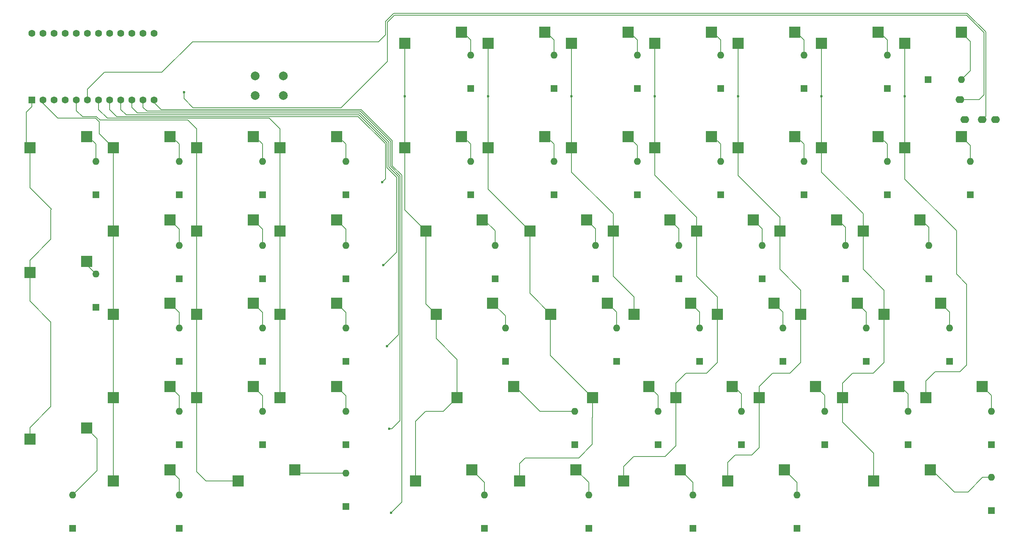
<source format=gbr>
%TF.GenerationSoftware,KiCad,Pcbnew,7.0.5*%
%TF.CreationDate,2023-06-22T07:55:22+00:00*%
%TF.ProjectId,Entry-left,456e7472-792d-46c6-9566-742e6b696361,rev?*%
%TF.SameCoordinates,Original*%
%TF.FileFunction,Copper,L2,Bot*%
%TF.FilePolarity,Positive*%
%FSLAX46Y46*%
G04 Gerber Fmt 4.6, Leading zero omitted, Abs format (unit mm)*
G04 Created by KiCad (PCBNEW 7.0.5) date 2023-06-22 07:55:22*
%MOMM*%
%LPD*%
G01*
G04 APERTURE LIST*
%TA.AperFunction,SMDPad,CuDef*%
%ADD10R,2.550000X2.500000*%
%TD*%
%TA.AperFunction,ComponentPad*%
%ADD11C,2.000000*%
%TD*%
%TA.AperFunction,ComponentPad*%
%ADD12O,2.000000X1.600000*%
%TD*%
%TA.AperFunction,ComponentPad*%
%ADD13R,1.600000X1.600000*%
%TD*%
%TA.AperFunction,ComponentPad*%
%ADD14C,1.600000*%
%TD*%
%TA.AperFunction,ComponentPad*%
%ADD15O,1.600000X1.600000*%
%TD*%
%TA.AperFunction,ViaPad*%
%ADD16C,0.600000*%
%TD*%
%TA.AperFunction,Conductor*%
%ADD17C,0.200000*%
%TD*%
G04 APERTURE END LIST*
D10*
%TO.P,MX6,1,COL*%
%TO.N,col3*%
X67409250Y-78258750D03*
%TO.P,MX6,2,ROW*%
%TO.N,Net-(D6-A)*%
X80336250Y-75718750D03*
%TD*%
%TO.P,MX2,1,COL*%
%TO.N,col2*%
X48359250Y-59208750D03*
%TO.P,MX2,2,ROW*%
%TO.N,Net-(D2-A)*%
X61286250Y-56668750D03*
%TD*%
%TO.P,MX20,1,COL*%
%TO.N,col7*%
X153134250Y-35395750D03*
%TO.P,MX20,2,ROW*%
%TO.N,Net-(D20-A)*%
X166061250Y-32855750D03*
%TD*%
%TO.P,MX52,1,COL*%
%TO.N,col8*%
X165040500Y-135408750D03*
%TO.P,MX52,2,ROW*%
%TO.N,Net-(D52-A)*%
X177967500Y-132868750D03*
%TD*%
%TO.P,MX26,1,COL*%
%TO.N,col6*%
X134084250Y-59208750D03*
%TO.P,MX26,2,ROW*%
%TO.N,Net-(D26-A)*%
X147011250Y-56668750D03*
%TD*%
D11*
%TO.P,RESET1,1,1*%
%TO.N,RESET*%
X80769250Y-42829500D03*
X87269250Y-42829500D03*
%TO.P,RESET1,2,2*%
%TO.N,GND*%
X80769250Y-47329500D03*
X87269250Y-47329500D03*
%TD*%
D10*
%TO.P,MX1,1,COL*%
%TO.N,col1*%
X29309250Y-59208750D03*
%TO.P,MX1,2,ROW*%
%TO.N,Net-(D1-A)*%
X42236250Y-56668750D03*
%TD*%
%TO.P,MX38,1,COL*%
%TO.N,col5*%
X122178000Y-97308750D03*
%TO.P,MX38,2,ROW*%
%TO.N,Net-(D38-A)*%
X135105000Y-94768750D03*
%TD*%
%TO.P,MX53,1,COL*%
%TO.N,col9*%
X188853000Y-135408750D03*
%TO.P,MX53,2,ROW*%
%TO.N,Net-(D53-A)*%
X201780000Y-132868750D03*
%TD*%
%TO.P,MX27,1,COL*%
%TO.N,col7*%
X153134250Y-59208750D03*
%TO.P,MX27,2,ROW*%
%TO.N,Net-(D27-A)*%
X166061250Y-56668750D03*
%TD*%
%TO.P,MX10,1,COL*%
%TO.N,col3*%
X67409250Y-97308750D03*
%TO.P,MX10,2,ROW*%
%TO.N,Net-(D10-A)*%
X80336250Y-94768750D03*
%TD*%
%TO.P,MX17,1,COL*%
%TO.N,col3*%
X76934250Y-135408750D03*
%TO.P,MX17,2,ROW*%
%TO.N,Net-(D17-A)*%
X89861250Y-132868750D03*
%TD*%
%TO.P,MX50,1,COL*%
%TO.N,col5*%
X117415500Y-135408750D03*
%TO.P,MX50,2,ROW*%
%TO.N,Net-(D50-A)*%
X130342500Y-132868750D03*
%TD*%
D12*
%TO.P,U2,1,SLEEVE*%
%TO.N,GND*%
X241906750Y-48210750D03*
%TO.P,U2,2,TIP*%
%TO.N,VCC*%
X243006750Y-52810750D03*
%TO.P,U2,3,RING1*%
%TO.N,SCL*%
X247006750Y-52810750D03*
%TO.P,U2,4,RING2*%
%TO.N,unconnected-(U2-RING2-Pad4)*%
X250006750Y-52810750D03*
%TD*%
D10*
%TO.P,MX31,1,COL*%
%TO.N,col11*%
X229334250Y-59208750D03*
%TO.P,MX31,2,ROW*%
%TO.N,Net-(D31-A)*%
X242261250Y-56668750D03*
%TD*%
%TO.P,MX18,1,COL*%
%TO.N,col5*%
X115034250Y-35395750D03*
%TO.P,MX18,2,ROW*%
%TO.N,Net-(D18-A)*%
X127961250Y-32855750D03*
%TD*%
D13*
%TO.P,U1,1,TX*%
%TO.N,col1*%
X29780000Y-48320000D03*
D14*
%TO.P,U1,2,RX*%
%TO.N,col2*%
X32320000Y-48320000D03*
%TO.P,U1,3,GND*%
%TO.N,unconnected-(U1-GND-Pad3)*%
X34860000Y-48320000D03*
%TO.P,U1,4,GND*%
%TO.N,unconnected-(U1-GND-Pad4)*%
X37400000Y-48320000D03*
%TO.P,U1,5,SDA*%
%TO.N,col3*%
X39940000Y-48320000D03*
%TO.P,U1,6,SCL*%
%TO.N,SCL*%
X42480000Y-48320000D03*
%TO.P,U1,7,D4*%
%TO.N,col4*%
X45020000Y-48320000D03*
%TO.P,U1,8,C6*%
%TO.N,row2*%
X47560000Y-48320000D03*
%TO.P,U1,9,D7*%
%TO.N,row3*%
X50100000Y-48320000D03*
%TO.P,U1,10,E6*%
%TO.N,row4*%
X52640000Y-48320000D03*
%TO.P,U1,11,B4*%
%TO.N,row5*%
X55180000Y-48320000D03*
%TO.P,U1,12,B5*%
%TO.N,row6*%
X57720000Y-48320000D03*
%TO.P,U1,13,B6*%
%TO.N,row1*%
X57720000Y-33080000D03*
%TO.P,U1,14,B2*%
%TO.N,col5*%
X55180000Y-33080000D03*
%TO.P,U1,15,B3*%
%TO.N,col6*%
X52640000Y-33080000D03*
%TO.P,U1,16,B1*%
%TO.N,col7*%
X50100000Y-33080000D03*
%TO.P,U1,17,F7*%
%TO.N,col8*%
X47560000Y-33080000D03*
%TO.P,U1,18,F6*%
%TO.N,col9*%
X45020000Y-33080000D03*
%TO.P,U1,19,F5*%
%TO.N,col10*%
X42480000Y-33080000D03*
%TO.P,U1,20,F4*%
%TO.N,col11*%
X39940000Y-33080000D03*
%TO.P,U1,21,VCC*%
%TO.N,VCC*%
X37400000Y-33080000D03*
%TO.P,U1,22,RST*%
%TO.N,RESET*%
X34860000Y-33080000D03*
%TO.P,U1,23,GND*%
%TO.N,GND*%
X32320000Y-33080000D03*
%TO.P,U1,24,RAW*%
%TO.N,unconnected-(U1-RAW-Pad24)*%
X29780000Y-33080000D03*
%TD*%
D10*
%TO.P,MX42,1,COL*%
%TO.N,col9*%
X205521750Y-97308750D03*
%TO.P,MX42,2,ROW*%
%TO.N,Net-(D42-A)*%
X218448750Y-94768750D03*
%TD*%
%TO.P,MX22,1,COL*%
%TO.N,col9*%
X191234250Y-35395750D03*
%TO.P,MX22,2,ROW*%
%TO.N,Net-(D22-A)*%
X204161250Y-32855750D03*
%TD*%
%TO.P,MX16,1,COL*%
%TO.N,col2*%
X48359250Y-135408750D03*
%TO.P,MX16,2,ROW*%
%TO.N,Net-(D16-A)*%
X61286250Y-132868750D03*
%TD*%
%TO.P,MX8,1,COL*%
%TO.N,col1*%
X29309250Y-87783750D03*
%TO.P,MX8,2,ROW*%
%TO.N,Net-(D8-A)*%
X42236250Y-85243750D03*
%TD*%
%TO.P,MX33,1,COL*%
%TO.N,col6*%
X143609250Y-78258750D03*
%TO.P,MX33,2,ROW*%
%TO.N,Net-(D33-A)*%
X156536250Y-75718750D03*
%TD*%
%TO.P,MX40,1,COL*%
%TO.N,col7*%
X167421750Y-97308750D03*
%TO.P,MX40,2,ROW*%
%TO.N,Net-(D40-A)*%
X180348750Y-94768750D03*
%TD*%
%TO.P,MX34,1,COL*%
%TO.N,col7*%
X162659250Y-78258750D03*
%TO.P,MX34,2,ROW*%
%TO.N,Net-(D34-A)*%
X175586250Y-75718750D03*
%TD*%
%TO.P,MX11,1,COL*%
%TO.N,col4*%
X86459250Y-97308750D03*
%TO.P,MX11,2,ROW*%
%TO.N,Net-(D11-A)*%
X99386250Y-94768750D03*
%TD*%
%TO.P,MX3,1,COL*%
%TO.N,col3*%
X67409250Y-59208750D03*
%TO.P,MX3,2,ROW*%
%TO.N,Net-(D3-A)*%
X80336250Y-56668750D03*
%TD*%
%TO.P,MX37,1,COL*%
%TO.N,col10*%
X219809250Y-78258750D03*
%TO.P,MX37,2,ROW*%
%TO.N,Net-(D37-A)*%
X232736250Y-75718750D03*
%TD*%
%TO.P,MX29,1,COL*%
%TO.N,col9*%
X191234250Y-59208750D03*
%TO.P,MX29,2,ROW*%
%TO.N,Net-(D29-A)*%
X204161250Y-56668750D03*
%TD*%
%TO.P,MX24,1,COL*%
%TO.N,col11*%
X229334250Y-35395750D03*
%TO.P,MX24,2,ROW*%
%TO.N,Net-(D24-A)*%
X242261250Y-32855750D03*
%TD*%
%TO.P,MX14,1,COL*%
%TO.N,col4*%
X86459250Y-116358750D03*
%TO.P,MX14,2,ROW*%
%TO.N,Net-(D14-A)*%
X99386250Y-113818750D03*
%TD*%
%TO.P,MX44,1,COL*%
%TO.N,col5*%
X126940500Y-116358750D03*
%TO.P,MX44,2,ROW*%
%TO.N,Net-(D44-A)*%
X139867500Y-113818750D03*
%TD*%
%TO.P,MX54,1,COL*%
%TO.N,col10*%
X222190500Y-135408750D03*
%TO.P,MX54,2,ROW*%
%TO.N,Net-(D54-A)*%
X235117500Y-132868750D03*
%TD*%
%TO.P,MX5,1,COL*%
%TO.N,col2*%
X48359250Y-78258750D03*
%TO.P,MX5,2,ROW*%
%TO.N,Net-(D5-A)*%
X61286250Y-75718750D03*
%TD*%
%TO.P,MX7,1,COL*%
%TO.N,col4*%
X86459250Y-78258750D03*
%TO.P,MX7,2,ROW*%
%TO.N,Net-(D7-A)*%
X99386250Y-75718750D03*
%TD*%
%TO.P,MX49,1,COL*%
%TO.N,col11*%
X234096750Y-116358750D03*
%TO.P,MX49,2,ROW*%
%TO.N,Net-(D49-A)*%
X247023750Y-113818750D03*
%TD*%
%TO.P,MX41,1,COL*%
%TO.N,col8*%
X186471750Y-97308750D03*
%TO.P,MX41,2,ROW*%
%TO.N,Net-(D41-A)*%
X199398750Y-94768750D03*
%TD*%
%TO.P,MX51,1,COL*%
%TO.N,col6*%
X141228000Y-135408750D03*
%TO.P,MX51,2,ROW*%
%TO.N,Net-(D51-A)*%
X154155000Y-132868750D03*
%TD*%
%TO.P,MX9,1,COL*%
%TO.N,col2*%
X48359250Y-97308750D03*
%TO.P,MX9,2,ROW*%
%TO.N,Net-(D9-A)*%
X61286250Y-94768750D03*
%TD*%
%TO.P,MX47,1,COL*%
%TO.N,col9*%
X195996750Y-116358750D03*
%TO.P,MX47,2,ROW*%
%TO.N,Net-(D47-A)*%
X208923750Y-113818750D03*
%TD*%
%TO.P,MX21,1,COL*%
%TO.N,col8*%
X172184250Y-35395750D03*
%TO.P,MX21,2,ROW*%
%TO.N,Net-(D21-A)*%
X185111250Y-32855750D03*
%TD*%
%TO.P,MX46,1,COL*%
%TO.N,col8*%
X176946750Y-116358750D03*
%TO.P,MX46,2,ROW*%
%TO.N,Net-(D46-A)*%
X189873750Y-113818750D03*
%TD*%
%TO.P,MX13,1,COL*%
%TO.N,col3*%
X67409250Y-116358750D03*
%TO.P,MX13,2,ROW*%
%TO.N,Net-(D13-A)*%
X80336250Y-113818750D03*
%TD*%
%TO.P,MX45,1,COL*%
%TO.N,col6*%
X157896750Y-116358750D03*
%TO.P,MX45,2,ROW*%
%TO.N,Net-(D45-A)*%
X170823750Y-113818750D03*
%TD*%
%TO.P,MX32,1,COL*%
%TO.N,col5*%
X119796750Y-78258750D03*
%TO.P,MX32,2,ROW*%
%TO.N,Net-(D32-A)*%
X132723750Y-75718750D03*
%TD*%
%TO.P,MX35,1,COL*%
%TO.N,col8*%
X181709250Y-78258750D03*
%TO.P,MX35,2,ROW*%
%TO.N,Net-(D35-A)*%
X194636250Y-75718750D03*
%TD*%
%TO.P,MX43,1,COL*%
%TO.N,col10*%
X224571750Y-97308750D03*
%TO.P,MX43,2,ROW*%
%TO.N,Net-(D43-A)*%
X237498750Y-94768750D03*
%TD*%
%TO.P,MX36,1,COL*%
%TO.N,col9*%
X200759250Y-78258750D03*
%TO.P,MX36,2,ROW*%
%TO.N,Net-(D36-A)*%
X213686250Y-75718750D03*
%TD*%
%TO.P,MX23,1,COL*%
%TO.N,col10*%
X210284250Y-35395750D03*
%TO.P,MX23,2,ROW*%
%TO.N,Net-(D23-A)*%
X223211250Y-32855750D03*
%TD*%
%TO.P,MX25,1,COL*%
%TO.N,col5*%
X115034250Y-59208750D03*
%TO.P,MX25,2,ROW*%
%TO.N,Net-(D25-A)*%
X127961250Y-56668750D03*
%TD*%
%TO.P,MX15,1,COL*%
%TO.N,col1*%
X29309250Y-125883750D03*
%TO.P,MX15,2,ROW*%
%TO.N,Net-(D15-A)*%
X42236250Y-123343750D03*
%TD*%
%TO.P,MX12,1,COL*%
%TO.N,col2*%
X48359250Y-116358750D03*
%TO.P,MX12,2,ROW*%
%TO.N,Net-(D12-A)*%
X61286250Y-113818750D03*
%TD*%
%TO.P,MX30,1,COL*%
%TO.N,col10*%
X210284250Y-59208750D03*
%TO.P,MX30,2,ROW*%
%TO.N,Net-(D30-A)*%
X223211250Y-56668750D03*
%TD*%
%TO.P,MX19,1,COL*%
%TO.N,col6*%
X134084250Y-35395750D03*
%TO.P,MX19,2,ROW*%
%TO.N,Net-(D19-A)*%
X147011250Y-32855750D03*
%TD*%
%TO.P,MX28,1,COL*%
%TO.N,col8*%
X172184250Y-59208750D03*
%TO.P,MX28,2,ROW*%
%TO.N,Net-(D28-A)*%
X185111250Y-56668750D03*
%TD*%
%TO.P,MX48,1,COL*%
%TO.N,col10*%
X215046750Y-116358750D03*
%TO.P,MX48,2,ROW*%
%TO.N,Net-(D48-A)*%
X227973750Y-113818750D03*
%TD*%
%TO.P,MX4,1,COL*%
%TO.N,col4*%
X86459250Y-59208750D03*
%TO.P,MX4,2,ROW*%
%TO.N,Net-(D4-A)*%
X99386250Y-56668750D03*
%TD*%
%TO.P,MX39,1,COL*%
%TO.N,col6*%
X148371750Y-97308750D03*
%TO.P,MX39,2,ROW*%
%TO.N,Net-(D39-A)*%
X161298750Y-94768750D03*
%TD*%
D13*
%TO.P,D33,1,K*%
%TO.N,row3*%
X158628500Y-89187000D03*
D15*
%TO.P,D33,2,A*%
%TO.N,Net-(D33-A)*%
X158628500Y-81567000D03*
%TD*%
D13*
%TO.P,D38,1,K*%
%TO.N,row4*%
X137997500Y-108073500D03*
D15*
%TO.P,D38,2,A*%
%TO.N,Net-(D38-A)*%
X137997500Y-100453500D03*
%TD*%
D13*
%TO.P,D22,1,K*%
%TO.N,row1*%
X206238500Y-45702000D03*
D15*
%TO.P,D22,2,A*%
%TO.N,Net-(D22-A)*%
X206238500Y-38082000D03*
%TD*%
D13*
%TO.P,D30,1,K*%
%TO.N,row2*%
X225282500Y-69985500D03*
D15*
%TO.P,D30,2,A*%
%TO.N,Net-(D30-A)*%
X225282500Y-62365500D03*
%TD*%
D13*
%TO.P,D12,1,K*%
%TO.N,row5*%
X63408500Y-127117500D03*
D15*
%TO.P,D12,2,A*%
%TO.N,Net-(D12-A)*%
X63408500Y-119497500D03*
%TD*%
D13*
%TO.P,D48,1,K*%
%TO.N,row5*%
X230043500Y-127117500D03*
D15*
%TO.P,D48,2,A*%
%TO.N,Net-(D48-A)*%
X230043500Y-119497500D03*
%TD*%
D13*
%TO.P,D54,1,K*%
%TO.N,row6*%
X249087500Y-142250000D03*
D15*
%TO.P,D54,2,A*%
%TO.N,Net-(D54-A)*%
X249087500Y-134630000D03*
%TD*%
D13*
%TO.P,D52,1,K*%
%TO.N,row6*%
X180846500Y-146319000D03*
D15*
%TO.P,D52,2,A*%
%TO.N,Net-(D52-A)*%
X180846500Y-138699000D03*
%TD*%
D13*
%TO.P,D53,1,K*%
%TO.N,row6*%
X204651500Y-146319000D03*
D15*
%TO.P,D53,2,A*%
%TO.N,Net-(D53-A)*%
X204651500Y-138699000D03*
%TD*%
D13*
%TO.P,D23,1,K*%
%TO.N,row1*%
X225282500Y-45702000D03*
D15*
%TO.P,D23,2,A*%
%TO.N,Net-(D23-A)*%
X225282500Y-38082000D03*
%TD*%
D13*
%TO.P,D25,1,K*%
%TO.N,row2*%
X130062500Y-69985500D03*
D15*
%TO.P,D25,2,A*%
%TO.N,Net-(D25-A)*%
X130062500Y-62365500D03*
%TD*%
D13*
%TO.P,D50,1,K*%
%TO.N,row6*%
X133236500Y-146319000D03*
D15*
%TO.P,D50,2,A*%
%TO.N,Net-(D50-A)*%
X133236500Y-138699000D03*
%TD*%
D13*
%TO.P,D31,1,K*%
%TO.N,row2*%
X244326500Y-69985500D03*
D15*
%TO.P,D31,2,A*%
%TO.N,Net-(D31-A)*%
X244326500Y-62365500D03*
%TD*%
D13*
%TO.P,D26,1,K*%
%TO.N,row2*%
X149106500Y-69985500D03*
D15*
%TO.P,D26,2,A*%
%TO.N,Net-(D26-A)*%
X149106500Y-62365500D03*
%TD*%
D13*
%TO.P,D2,1,K*%
%TO.N,row2*%
X63408500Y-69985500D03*
D15*
%TO.P,D2,2,A*%
%TO.N,Net-(D2-A)*%
X63408500Y-62365500D03*
%TD*%
D13*
%TO.P,D46,1,K*%
%TO.N,row5*%
X191955500Y-127117500D03*
D15*
%TO.P,D46,2,A*%
%TO.N,Net-(D46-A)*%
X191955500Y-119497500D03*
%TD*%
D13*
%TO.P,D40,1,K*%
%TO.N,row4*%
X182433500Y-108073500D03*
D15*
%TO.P,D40,2,A*%
%TO.N,Net-(D40-A)*%
X182433500Y-100453500D03*
%TD*%
D13*
%TO.P,D13,1,K*%
%TO.N,row5*%
X82452500Y-127117500D03*
D15*
%TO.P,D13,2,A*%
%TO.N,Net-(D13-A)*%
X82452500Y-119497500D03*
%TD*%
D13*
%TO.P,D35,1,K*%
%TO.N,row3*%
X196716500Y-89187000D03*
D15*
%TO.P,D35,2,A*%
%TO.N,Net-(D35-A)*%
X196716500Y-81567000D03*
%TD*%
D13*
%TO.P,D36,1,K*%
%TO.N,row3*%
X215760500Y-89187000D03*
D15*
%TO.P,D36,2,A*%
%TO.N,Net-(D36-A)*%
X215760500Y-81567000D03*
%TD*%
D13*
%TO.P,D4,1,K*%
%TO.N,row2*%
X101496500Y-69985500D03*
D15*
%TO.P,D4,2,A*%
%TO.N,Net-(D4-A)*%
X101496500Y-62365500D03*
%TD*%
D13*
%TO.P,D45,1,K*%
%TO.N,row5*%
X172911500Y-127117500D03*
D15*
%TO.P,D45,2,A*%
%TO.N,Net-(D45-A)*%
X172911500Y-119497500D03*
%TD*%
D13*
%TO.P,D18,1,K*%
%TO.N,row1*%
X130062500Y-45702000D03*
D15*
%TO.P,D18,2,A*%
%TO.N,Net-(D18-A)*%
X130062500Y-38082000D03*
%TD*%
D13*
%TO.P,D51,1,K*%
%TO.N,row6*%
X157041500Y-146319000D03*
D15*
%TO.P,D51,2,A*%
%TO.N,Net-(D51-A)*%
X157041500Y-138699000D03*
%TD*%
D13*
%TO.P,D28,1,K*%
%TO.N,row2*%
X187194500Y-69985500D03*
D15*
%TO.P,D28,2,A*%
%TO.N,Net-(D28-A)*%
X187194500Y-62365500D03*
%TD*%
D13*
%TO.P,D42,1,K*%
%TO.N,row4*%
X220521500Y-108073500D03*
D15*
%TO.P,D42,2,A*%
%TO.N,Net-(D42-A)*%
X220521500Y-100453500D03*
%TD*%
D13*
%TO.P,D3,1,K*%
%TO.N,row2*%
X82452500Y-69985500D03*
D15*
%TO.P,D3,2,A*%
%TO.N,Net-(D3-A)*%
X82452500Y-62365500D03*
%TD*%
D13*
%TO.P,D24,1,K*%
%TO.N,row1*%
X234670000Y-43670000D03*
D15*
%TO.P,D24,2,A*%
%TO.N,Net-(D24-A)*%
X242290000Y-43670000D03*
%TD*%
D13*
%TO.P,D44,1,K*%
%TO.N,row5*%
X153867500Y-127117500D03*
D15*
%TO.P,D44,2,A*%
%TO.N,Net-(D44-A)*%
X153867500Y-119497500D03*
%TD*%
D13*
%TO.P,D8,1,K*%
%TO.N,row4*%
X44364500Y-95768750D03*
D15*
%TO.P,D8,2,A*%
%TO.N,Net-(D8-A)*%
X44364500Y-88148750D03*
%TD*%
D13*
%TO.P,D47,1,K*%
%TO.N,row5*%
X210999500Y-127117500D03*
D15*
%TO.P,D47,2,A*%
%TO.N,Net-(D47-A)*%
X210999500Y-119497500D03*
%TD*%
D13*
%TO.P,D37,1,K*%
%TO.N,row3*%
X234804500Y-89187000D03*
D15*
%TO.P,D37,2,A*%
%TO.N,Net-(D37-A)*%
X234804500Y-81567000D03*
%TD*%
D13*
%TO.P,D14,1,K*%
%TO.N,row5*%
X101496500Y-127117500D03*
D15*
%TO.P,D14,2,A*%
%TO.N,Net-(D14-A)*%
X101496500Y-119497500D03*
%TD*%
D13*
%TO.P,D20,1,K*%
%TO.N,row1*%
X168150500Y-45702000D03*
D15*
%TO.P,D20,2,A*%
%TO.N,Net-(D20-A)*%
X168150500Y-38082000D03*
%TD*%
D13*
%TO.P,D19,1,K*%
%TO.N,row1*%
X149106500Y-45702000D03*
D15*
%TO.P,D19,2,A*%
%TO.N,Net-(D19-A)*%
X149106500Y-38082000D03*
%TD*%
D13*
%TO.P,D21,1,K*%
%TO.N,row1*%
X187194500Y-45702000D03*
D15*
%TO.P,D21,2,A*%
%TO.N,Net-(D21-A)*%
X187194500Y-38082000D03*
%TD*%
D13*
%TO.P,D7,1,K*%
%TO.N,row3*%
X101496500Y-89187000D03*
D15*
%TO.P,D7,2,A*%
%TO.N,Net-(D7-A)*%
X101496500Y-81567000D03*
%TD*%
D13*
%TO.P,D39,1,K*%
%TO.N,row4*%
X163389500Y-108073500D03*
D15*
%TO.P,D39,2,A*%
%TO.N,Net-(D39-A)*%
X163389500Y-100453500D03*
%TD*%
D13*
%TO.P,D49,1,K*%
%TO.N,row5*%
X249087500Y-127117500D03*
D15*
%TO.P,D49,2,A*%
%TO.N,Net-(D49-A)*%
X249087500Y-119497500D03*
%TD*%
D13*
%TO.P,D10,1,K*%
%TO.N,row4*%
X82452500Y-108073500D03*
D15*
%TO.P,D10,2,A*%
%TO.N,Net-(D10-A)*%
X82452500Y-100453500D03*
%TD*%
D13*
%TO.P,D29,1,K*%
%TO.N,row2*%
X206238500Y-69985500D03*
D15*
%TO.P,D29,2,A*%
%TO.N,Net-(D29-A)*%
X206238500Y-62365500D03*
%TD*%
D13*
%TO.P,D32,1,K*%
%TO.N,row3*%
X135617000Y-89187000D03*
D15*
%TO.P,D32,2,A*%
%TO.N,Net-(D32-A)*%
X135617000Y-81567000D03*
%TD*%
D13*
%TO.P,D41,1,K*%
%TO.N,row4*%
X201477500Y-108073500D03*
D15*
%TO.P,D41,2,A*%
%TO.N,Net-(D41-A)*%
X201477500Y-100453500D03*
%TD*%
D13*
%TO.P,D17,1,K*%
%TO.N,row6*%
X101496500Y-141319000D03*
D15*
%TO.P,D17,2,A*%
%TO.N,Net-(D17-A)*%
X101496500Y-133699000D03*
%TD*%
D13*
%TO.P,D34,1,K*%
%TO.N,row3*%
X177672500Y-89187000D03*
D15*
%TO.P,D34,2,A*%
%TO.N,Net-(D34-A)*%
X177672500Y-81567000D03*
%TD*%
D13*
%TO.P,D5,1,K*%
%TO.N,row3*%
X63408500Y-89187000D03*
D15*
%TO.P,D5,2,A*%
%TO.N,Net-(D5-A)*%
X63408500Y-81567000D03*
%TD*%
D13*
%TO.P,D16,1,K*%
%TO.N,row6*%
X63408500Y-146319000D03*
D15*
%TO.P,D16,2,A*%
%TO.N,Net-(D16-A)*%
X63408500Y-138699000D03*
%TD*%
D13*
%TO.P,D15,1,K*%
%TO.N,row6*%
X39059250Y-146319000D03*
D15*
%TO.P,D15,2,A*%
%TO.N,Net-(D15-A)*%
X39059250Y-138699000D03*
%TD*%
D13*
%TO.P,D9,1,K*%
%TO.N,row4*%
X63408500Y-108073500D03*
D15*
%TO.P,D9,2,A*%
%TO.N,Net-(D9-A)*%
X63408500Y-100453500D03*
%TD*%
D13*
%TO.P,D27,1,K*%
%TO.N,row2*%
X168150500Y-69985500D03*
D15*
%TO.P,D27,2,A*%
%TO.N,Net-(D27-A)*%
X168150500Y-62365500D03*
%TD*%
D13*
%TO.P,D6,1,K*%
%TO.N,row3*%
X82452500Y-89187000D03*
D15*
%TO.P,D6,2,A*%
%TO.N,Net-(D6-A)*%
X82452500Y-81567000D03*
%TD*%
D13*
%TO.P,D43,1,K*%
%TO.N,row4*%
X239565500Y-108073500D03*
D15*
%TO.P,D43,2,A*%
%TO.N,Net-(D43-A)*%
X239565500Y-100453500D03*
%TD*%
D13*
%TO.P,D1,1,K*%
%TO.N,row2*%
X44364500Y-69985500D03*
D15*
%TO.P,D1,2,A*%
%TO.N,Net-(D1-A)*%
X44364500Y-62365500D03*
%TD*%
D13*
%TO.P,D11,1,K*%
%TO.N,row4*%
X101496500Y-108073500D03*
D15*
%TO.P,D11,2,A*%
%TO.N,Net-(D11-A)*%
X101496500Y-100453500D03*
%TD*%
D16*
%TO.N,row2*%
X109809250Y-67108750D03*
%TO.N,row3*%
X110109250Y-86048750D03*
%TO.N,row4*%
X110909250Y-104658750D03*
%TO.N,row5*%
X111479250Y-123488750D03*
%TO.N,row6*%
X111879250Y-142738750D03*
%TO.N,col5*%
X115034250Y-47500000D03*
%TO.N,col10*%
X210284250Y-47500000D03*
%TO.N,col11*%
X229334250Y-47500000D03*
%TO.N,col6*%
X134084250Y-47500000D03*
%TO.N,col7*%
X153134250Y-47500000D03*
%TO.N,col8*%
X172184250Y-47500000D03*
%TO.N,col9*%
X191234250Y-47500000D03*
%TO.N,GND*%
X64500000Y-46500000D03*
%TD*%
D17*
%TO.N,row2*%
X49100000Y-52100000D02*
X47560000Y-50560000D01*
X47560000Y-50560000D02*
X47560000Y-48320000D01*
X104348628Y-52100000D02*
X49100000Y-52100000D01*
X110559250Y-58310622D02*
X104348628Y-52100000D01*
X110559250Y-66358750D02*
X110559250Y-58310622D01*
X109809250Y-67108750D02*
X110559250Y-66358750D01*
%TO.N,row3*%
X110179250Y-86048750D02*
X113129250Y-83098750D01*
X50100000Y-50500000D02*
X50100000Y-48320000D01*
X51300000Y-51700000D02*
X50100000Y-50500000D01*
X110959250Y-58144936D02*
X104514313Y-51700000D01*
X113129250Y-83098750D02*
X113129250Y-66015808D01*
X113129250Y-66015808D02*
X110959250Y-63845808D01*
X110959250Y-63845808D02*
X110959250Y-58144936D01*
X110109250Y-86048750D02*
X110179250Y-86048750D01*
X104514313Y-51700000D02*
X51300000Y-51700000D01*
%TO.N,row4*%
X52640000Y-50040000D02*
X52640000Y-48320000D01*
X111359250Y-57979250D02*
X104679998Y-51300000D01*
X110909250Y-104658750D02*
X113529250Y-102038750D01*
X104679998Y-51300000D02*
X53900000Y-51300000D01*
X53900000Y-51300000D02*
X52640000Y-50040000D01*
X113529250Y-65850122D02*
X111359250Y-63680122D01*
X111359250Y-63680122D02*
X111359250Y-57979250D01*
X113529250Y-102038750D02*
X113529250Y-65850122D01*
%TO.N,row5*%
X113929250Y-65684436D02*
X111759250Y-63514436D01*
X111479250Y-123488750D02*
X112059250Y-123488750D01*
X113929250Y-121618750D02*
X113929250Y-65684436D01*
X111759250Y-57813564D02*
X104845683Y-50900000D01*
X56100000Y-50900000D02*
X55180000Y-49980000D01*
X112059250Y-123488750D02*
X113929250Y-121618750D01*
X55180000Y-49980000D02*
X55180000Y-48320000D01*
X104845683Y-50900000D02*
X56100000Y-50900000D01*
X111759250Y-63514436D02*
X111759250Y-57813564D01*
%TO.N,row6*%
X111879250Y-142738750D02*
X114329250Y-140288750D01*
X59300000Y-50500000D02*
X57720000Y-48920000D01*
X112159250Y-57647878D02*
X105011368Y-50500000D01*
X57720000Y-48920000D02*
X57720000Y-48320000D01*
X105011368Y-50500000D02*
X59300000Y-50500000D01*
X114329250Y-140288750D02*
X114329250Y-65518750D01*
X112159250Y-63348750D02*
X112159250Y-57647878D01*
X114329250Y-65518750D02*
X112159250Y-63348750D01*
%TO.N,col1*%
X34099250Y-80158750D02*
X29309250Y-84948750D01*
X29309250Y-68378750D02*
X34189250Y-73258750D01*
X28500000Y-58399500D02*
X29309250Y-59208750D01*
X29309250Y-59208750D02*
X29309250Y-68378750D01*
X29780000Y-48320000D02*
X29780000Y-49820000D01*
X29309250Y-123218750D02*
X29309250Y-125883750D01*
X34099250Y-73348750D02*
X34099250Y-80158750D01*
X29309250Y-94328750D02*
X34099250Y-99118750D01*
X29309250Y-84948750D02*
X29309250Y-87783750D01*
X34189250Y-73258750D02*
X34099250Y-73348750D01*
X34099250Y-99118750D02*
X34099250Y-118428750D01*
X29780000Y-49820000D02*
X28500000Y-51100000D01*
X29309250Y-87783750D02*
X29309250Y-94328750D01*
X34099250Y-118428750D02*
X29309250Y-123218750D01*
X28500000Y-51100000D02*
X28500000Y-58399500D01*
%TO.N,col2*%
X48359250Y-59208750D02*
X45170000Y-56019500D01*
X45170000Y-53340000D02*
X44330000Y-52500000D01*
X45170000Y-56019500D02*
X45170000Y-53340000D01*
X32320000Y-49120000D02*
X32320000Y-48320000D01*
X35700000Y-52500000D02*
X32320000Y-49120000D01*
X48359250Y-59208750D02*
X48359250Y-116358750D01*
X48359250Y-135408750D02*
X48359250Y-116358750D01*
X44330000Y-52500000D02*
X35700000Y-52500000D01*
%TO.N,col3*%
X67409250Y-54909250D02*
X67409250Y-59208750D01*
X65400000Y-52900000D02*
X67409250Y-54909250D01*
X44495686Y-52100000D02*
X45295686Y-52900000D01*
X67409250Y-116358750D02*
X67409250Y-133288750D01*
X69529250Y-135408750D02*
X76934250Y-135408750D01*
X45295686Y-52900000D02*
X65400000Y-52900000D01*
X39940000Y-50740000D02*
X41300000Y-52100000D01*
X41300000Y-52100000D02*
X44495686Y-52100000D01*
X67409250Y-133288750D02*
X69529250Y-135408750D01*
X39940000Y-48320000D02*
X39940000Y-50740000D01*
X67409250Y-116358750D02*
X67409250Y-59208750D01*
%TO.N,col4*%
X86459250Y-59208750D02*
X86459250Y-116358750D01*
X84000000Y-52500000D02*
X47000000Y-52500000D01*
X86459250Y-54959250D02*
X84000000Y-52500000D01*
X86459250Y-59208750D02*
X86459250Y-54959250D01*
X45020000Y-50520000D02*
X45020000Y-48320000D01*
X47000000Y-52500000D02*
X45020000Y-50520000D01*
%TO.N,col5*%
X119796750Y-78258750D02*
X119796750Y-94927500D01*
X126940500Y-116358750D02*
X126940500Y-107647000D01*
X117415500Y-121829000D02*
X117415500Y-135408750D01*
X115034250Y-73496250D02*
X119796750Y-78258750D01*
X115034250Y-59208750D02*
X115034250Y-73496250D01*
X126940500Y-116358750D02*
X123801750Y-119497500D01*
X119747000Y-119497500D02*
X117415500Y-121829000D01*
X123801750Y-119497500D02*
X119747000Y-119497500D01*
X119796750Y-94927500D02*
X122178000Y-97308750D01*
X122178000Y-102884500D02*
X122178000Y-97308750D01*
X115034250Y-35395750D02*
X115034250Y-59208750D01*
X126940500Y-107647000D02*
X122178000Y-102884500D01*
%TO.N,col10*%
X219809250Y-74349250D02*
X210284250Y-64824250D01*
X224571750Y-97308750D02*
X224571750Y-108305750D01*
X222190500Y-135408750D02*
X222190500Y-129101500D01*
X224571750Y-97308750D02*
X224571750Y-91807750D01*
X222190500Y-129101500D02*
X215046750Y-121957750D01*
X219809250Y-78258750D02*
X219809250Y-74349250D01*
X219809250Y-87045250D02*
X219809250Y-78258750D01*
X224571750Y-91807750D02*
X219809250Y-87045250D01*
X215046750Y-116358750D02*
X215046750Y-113069750D01*
X215046750Y-121957750D02*
X215046750Y-116358750D01*
X210284250Y-35395750D02*
X210284250Y-59208750D01*
X210284250Y-64824250D02*
X210284250Y-59208750D01*
X222108500Y-110769000D02*
X217347500Y-110769000D01*
X215046750Y-113069750D02*
X217347500Y-110769000D01*
X224571750Y-108305750D02*
X222108500Y-110769000D01*
%TO.N,col11*%
X241935000Y-110490000D02*
X236220000Y-110490000D01*
X229334250Y-59208750D02*
X229334250Y-66417250D01*
X229334250Y-66417250D02*
X241152500Y-78235500D01*
X236220000Y-110490000D02*
X234096750Y-112613250D01*
X234096750Y-112613250D02*
X234096750Y-116358750D01*
X241152500Y-88152500D02*
X243460750Y-90460750D01*
X243460750Y-108964250D02*
X241935000Y-110490000D01*
X243460750Y-90460750D02*
X243460750Y-108964250D01*
X241152500Y-78235500D02*
X241152500Y-88152500D01*
X229334250Y-35395750D02*
X229334250Y-59208750D01*
%TO.N,SCL*%
X110600000Y-30334314D02*
X110600000Y-33400000D01*
X247800000Y-52017500D02*
X247800000Y-32734314D01*
X243565686Y-28500000D02*
X112434314Y-28500000D01*
X112434314Y-28500000D02*
X110600000Y-30334314D01*
X46350000Y-42000000D02*
X42480000Y-45870000D01*
X110600000Y-33400000D02*
X109000000Y-35000000D01*
X66500000Y-35000000D02*
X59500000Y-42000000D01*
X42480000Y-45870000D02*
X42480000Y-48320000D01*
X59500000Y-42000000D02*
X46350000Y-42000000D01*
X109000000Y-35000000D02*
X66500000Y-35000000D01*
X247800000Y-32734314D02*
X243565686Y-28500000D01*
X247006750Y-52810750D02*
X247800000Y-52017500D01*
%TO.N,col6*%
X148313000Y-106775000D02*
X157896750Y-116358750D01*
X157896750Y-120838250D02*
X157896750Y-116358750D01*
X148371750Y-97308750D02*
X143609250Y-92546250D01*
X148371750Y-98014250D02*
X148313000Y-98073000D01*
X148313000Y-98073000D02*
X148313000Y-106775000D01*
X134084250Y-68733750D02*
X143609250Y-78258750D01*
X141228000Y-131442000D02*
X142510000Y-130160000D01*
X157835000Y-127090000D02*
X157835000Y-120900000D01*
X154765000Y-130160000D02*
X157835000Y-127090000D01*
X148371750Y-97308750D02*
X148371750Y-98014250D01*
X142510000Y-130160000D02*
X154765000Y-130160000D01*
X134084250Y-59208750D02*
X134084250Y-68733750D01*
X157835000Y-120900000D02*
X157896750Y-120838250D01*
X134084250Y-35395750D02*
X134084250Y-59208750D01*
X143609250Y-92546250D02*
X143609250Y-78258750D01*
X141228000Y-135408750D02*
X141228000Y-131442000D01*
%TO.N,col7*%
X162659250Y-78258750D02*
X162659250Y-88614250D01*
X162659250Y-88614250D02*
X167421750Y-93376750D01*
X153134250Y-64806250D02*
X153134250Y-59208750D01*
X162659250Y-74331250D02*
X153134250Y-64806250D01*
X162659250Y-78258750D02*
X162659250Y-74331250D01*
X167421750Y-93376750D02*
X167421750Y-97308750D01*
X153134250Y-59208750D02*
X153134250Y-35395750D01*
%TO.N,col8*%
X181709250Y-75130750D02*
X172118000Y-65539500D01*
X172184250Y-65473250D02*
X172184250Y-59208750D01*
X176946750Y-127364750D02*
X174498500Y-129813000D01*
X167357000Y-129813000D02*
X165040500Y-132129500D01*
X172118000Y-65539500D02*
X172184250Y-65473250D01*
X174498500Y-129813000D02*
X167357000Y-129813000D01*
X181709250Y-88620250D02*
X186471750Y-93382750D01*
X186471750Y-108317750D02*
X184020500Y-110769000D01*
X179259500Y-110769000D02*
X176946750Y-113081750D01*
X165040500Y-132129500D02*
X165040500Y-135408750D01*
X176946750Y-113081750D02*
X176946750Y-116358750D01*
X176946750Y-116358750D02*
X176946750Y-127364750D01*
X184020500Y-110769000D02*
X179259500Y-110769000D01*
X186471750Y-93382750D02*
X186471750Y-97308750D01*
X181709250Y-78258750D02*
X181709250Y-88620250D01*
X172184250Y-59208750D02*
X172184250Y-35395750D01*
X181709250Y-78258750D02*
X181709250Y-75130750D01*
X186471750Y-97308750D02*
X186471750Y-108317750D01*
%TO.N,col9*%
X195996750Y-113869250D02*
X199097000Y-110769000D01*
X195996750Y-116358750D02*
X195996750Y-113869250D01*
X200759250Y-87039250D02*
X200759250Y-78258750D01*
X195996750Y-127853250D02*
X194310000Y-129540000D01*
X200759250Y-78258750D02*
X200759250Y-75136750D01*
X191234250Y-59208750D02*
X191234250Y-35395750D01*
X195996750Y-116358750D02*
X195996750Y-127853250D01*
X203064500Y-110769000D02*
X199097000Y-110769000D01*
X191234250Y-65611750D02*
X200759250Y-75136750D01*
X190500000Y-129540000D02*
X188853000Y-131187000D01*
X205521750Y-97308750D02*
X205521750Y-108311750D01*
X205521750Y-97308750D02*
X205521750Y-91801750D01*
X194310000Y-129540000D02*
X190500000Y-129540000D01*
X188853000Y-131187000D02*
X188853000Y-135408750D01*
X191234250Y-59208750D02*
X191234250Y-65611750D01*
X205521750Y-108311750D02*
X203064500Y-110769000D01*
X205521750Y-91801750D02*
X200759250Y-87039250D01*
%TO.N,GND*%
X247400000Y-47165684D02*
X246354934Y-48210750D01*
X247400000Y-32900000D02*
X247400000Y-47165684D01*
X64500000Y-48000000D02*
X66600000Y-50100000D01*
X111000000Y-30500000D02*
X112600000Y-28900000D01*
X111000000Y-39500000D02*
X111000000Y-30500000D01*
X100400000Y-50100000D02*
X111000000Y-39500000D01*
X112600000Y-28900000D02*
X243400000Y-28900000D01*
X243400000Y-28900000D02*
X247400000Y-32900000D01*
X246354934Y-48210750D02*
X241906750Y-48210750D01*
X66600000Y-50100000D02*
X100400000Y-50100000D01*
X64500000Y-46500000D02*
X64500000Y-48000000D01*
%TO.N,Net-(D1-A)*%
X44364500Y-58398000D02*
X44364500Y-62365500D01*
X42635250Y-56668750D02*
X44364500Y-58398000D01*
X42236250Y-56668750D02*
X42635250Y-56668750D01*
%TO.N,Net-(D2-A)*%
X61286250Y-56668750D02*
X61679250Y-56668750D01*
X61679250Y-56668750D02*
X63408500Y-58398000D01*
X63408500Y-58398000D02*
X63408500Y-62365500D01*
%TO.N,Net-(D3-A)*%
X80336250Y-56668750D02*
X80723250Y-56668750D01*
X80723250Y-56668750D02*
X82452500Y-58398000D01*
X82452500Y-58398000D02*
X82452500Y-62365500D01*
%TO.N,Net-(D4-A)*%
X101496500Y-58398000D02*
X101496500Y-62365500D01*
X99767250Y-56668750D02*
X101496500Y-58398000D01*
X99386250Y-56668750D02*
X99767250Y-56668750D01*
%TO.N,Net-(D5-A)*%
X63408500Y-77841000D02*
X61286250Y-75718750D01*
X63408500Y-81567000D02*
X63408500Y-77841000D01*
%TO.N,Net-(D6-A)*%
X82452500Y-81567000D02*
X82452500Y-77835000D01*
X82452500Y-77835000D02*
X80336250Y-75718750D01*
%TO.N,Net-(D7-A)*%
X101496500Y-81567000D02*
X101496500Y-77829000D01*
X101496500Y-77829000D02*
X99386250Y-75718750D01*
%TO.N,Net-(D8-A)*%
X42236250Y-86020500D02*
X42236250Y-85243750D01*
X44364500Y-88148750D02*
X42236250Y-86020500D01*
%TO.N,Net-(D9-A)*%
X63408500Y-100453500D02*
X63408500Y-96891000D01*
X63408500Y-96891000D02*
X61286250Y-94768750D01*
%TO.N,Net-(D10-A)*%
X82452500Y-100453500D02*
X82452500Y-96885000D01*
X82452500Y-96885000D02*
X80336250Y-94768750D01*
%TO.N,Net-(D11-A)*%
X101496500Y-96879000D02*
X99386250Y-94768750D01*
X101496500Y-100453500D02*
X101496500Y-96879000D01*
%TO.N,Net-(D12-A)*%
X63408500Y-119497500D02*
X63408500Y-115941000D01*
X63408500Y-115941000D02*
X61286250Y-113818750D01*
%TO.N,Net-(D13-A)*%
X82452500Y-115935000D02*
X80336250Y-113818750D01*
X82452500Y-119497500D02*
X82452500Y-115935000D01*
%TO.N,Net-(D14-A)*%
X101496500Y-119497500D02*
X101496500Y-115929000D01*
X101496500Y-115929000D02*
X99386250Y-113818750D01*
%TO.N,Net-(D15-A)*%
X39059250Y-138699000D02*
X44649250Y-133109000D01*
X44649250Y-133109000D02*
X44649250Y-125756750D01*
X44649250Y-125756750D02*
X42236250Y-123343750D01*
%TO.N,Net-(D16-A)*%
X63408500Y-134991000D02*
X61286250Y-132868750D01*
X63408500Y-138699000D02*
X63408500Y-134991000D01*
%TO.N,Net-(D17-A)*%
X101496500Y-133699000D02*
X90691500Y-133699000D01*
X90691500Y-133699000D02*
X89861250Y-132868750D01*
%TO.N,Net-(D18-A)*%
X127961250Y-32855750D02*
X128325250Y-32855750D01*
X130062500Y-34593000D02*
X130062500Y-38082000D01*
X128325250Y-32855750D02*
X130062500Y-34593000D01*
%TO.N,Net-(D19-A)*%
X149106500Y-34593000D02*
X149106500Y-38082000D01*
X147011250Y-32855750D02*
X147369250Y-32855750D01*
X147369250Y-32855750D02*
X149106500Y-34593000D01*
%TO.N,Net-(D20-A)*%
X166413250Y-32855750D02*
X168150500Y-34593000D01*
X168150500Y-34593000D02*
X168150500Y-38082000D01*
X166061250Y-32855750D02*
X166413250Y-32855750D01*
%TO.N,Net-(D21-A)*%
X185457250Y-32855750D02*
X187194500Y-34593000D01*
X185111250Y-32855750D02*
X185457250Y-32855750D01*
X187194500Y-34593000D02*
X187194500Y-38082000D01*
%TO.N,Net-(D22-A)*%
X206238500Y-34593000D02*
X206238500Y-38082000D01*
X204501250Y-32855750D02*
X206238500Y-34593000D01*
X204161250Y-32855750D02*
X204501250Y-32855750D01*
%TO.N,Net-(D23-A)*%
X223545250Y-32855750D02*
X225282500Y-34593000D01*
X223211250Y-32855750D02*
X223545250Y-32855750D01*
X225282500Y-34593000D02*
X225282500Y-38082000D01*
%TO.N,Net-(D24-A)*%
X244326500Y-41633500D02*
X242290000Y-43670000D01*
X244326500Y-34921000D02*
X244326500Y-41633500D01*
X242261250Y-32855750D02*
X244326500Y-34921000D01*
%TO.N,Net-(D25-A)*%
X128333250Y-56668750D02*
X130062500Y-58398000D01*
X127961250Y-56668750D02*
X128333250Y-56668750D01*
X130062500Y-58398000D02*
X130062500Y-62365500D01*
%TO.N,Net-(D26-A)*%
X149106500Y-58398000D02*
X149106500Y-62365500D01*
X147011250Y-56668750D02*
X147377250Y-56668750D01*
X147377250Y-56668750D02*
X149106500Y-58398000D01*
%TO.N,Net-(D27-A)*%
X166061250Y-56668750D02*
X168150500Y-58758000D01*
X168150500Y-58758000D02*
X168150500Y-62365500D01*
%TO.N,Net-(D28-A)*%
X185465250Y-56668750D02*
X187194500Y-58398000D01*
X187194500Y-58398000D02*
X187194500Y-62365500D01*
X185111250Y-56668750D02*
X185465250Y-56668750D01*
%TO.N,Net-(D29-A)*%
X204509250Y-56668750D02*
X206238500Y-58398000D01*
X206238500Y-58398000D02*
X206238500Y-62365500D01*
X204161250Y-56668750D02*
X204509250Y-56668750D01*
%TO.N,Net-(D30-A)*%
X223553250Y-56668750D02*
X225282500Y-58398000D01*
X225282500Y-58398000D02*
X225282500Y-62365500D01*
X223211250Y-56668750D02*
X223553250Y-56668750D01*
%TO.N,Net-(D31-A)*%
X244326500Y-58734000D02*
X244326500Y-62365500D01*
X242261250Y-56668750D02*
X244326500Y-58734000D01*
%TO.N,Net-(D32-A)*%
X135617000Y-78235500D02*
X135617000Y-81409500D01*
X132723750Y-75718750D02*
X133100250Y-75718750D01*
X133100250Y-75718750D02*
X135617000Y-78235500D01*
%TO.N,Net-(D33-A)*%
X156536250Y-75718750D02*
X158628500Y-77811000D01*
X158628500Y-77811000D02*
X158628500Y-81567000D01*
%TO.N,Net-(D34-A)*%
X177672500Y-77805000D02*
X177672500Y-81409500D01*
X175586250Y-75718750D02*
X177672500Y-77805000D01*
%TO.N,Net-(D35-A)*%
X194636250Y-75718750D02*
X196716500Y-77799000D01*
X196716500Y-77799000D02*
X196716500Y-81567000D01*
%TO.N,Net-(D36-A)*%
X215760500Y-77442000D02*
X215760500Y-81567000D01*
X213686250Y-75718750D02*
X214037250Y-75718750D01*
X214037250Y-75718750D02*
X215760500Y-77442000D01*
%TO.N,Net-(D37-A)*%
X234804500Y-77442000D02*
X234804500Y-81567000D01*
X233081250Y-75718750D02*
X234804500Y-77442000D01*
X232736250Y-75718750D02*
X233081250Y-75718750D01*
%TO.N,Net-(D38-A)*%
X137997500Y-97661250D02*
X137997500Y-100453500D01*
X135105000Y-94768750D02*
X137997500Y-97661250D01*
%TO.N,Net-(D39-A)*%
X163389500Y-96859500D02*
X163389500Y-100453500D01*
X161298750Y-94768750D02*
X163389500Y-96859500D01*
%TO.N,Net-(D40-A)*%
X182433500Y-96853500D02*
X182433500Y-100453500D01*
X180348750Y-94768750D02*
X182433500Y-96853500D01*
%TO.N,Net-(D41-A)*%
X199398750Y-94768750D02*
X201477500Y-96847500D01*
X201477500Y-96847500D02*
X201477500Y-100453500D01*
%TO.N,Net-(D42-A)*%
X220521500Y-96841500D02*
X220521500Y-100453500D01*
X218448750Y-94768750D02*
X220521500Y-96841500D01*
%TO.N,Net-(D43-A)*%
X237498750Y-94768750D02*
X239565500Y-96835500D01*
X239565500Y-96835500D02*
X239565500Y-100453500D01*
%TO.N,Net-(D44-A)*%
X145932500Y-119497500D02*
X153867500Y-119497500D01*
X140253750Y-113818750D02*
X145932500Y-119497500D01*
X139867500Y-113818750D02*
X140253750Y-113818750D01*
%TO.N,Net-(D45-A)*%
X170823750Y-113818750D02*
X172911500Y-115906500D01*
X172911500Y-115906500D02*
X172911500Y-119497500D01*
%TO.N,Net-(D46-A)*%
X191955500Y-115530000D02*
X191955500Y-119497500D01*
X189873750Y-113818750D02*
X190244250Y-113818750D01*
X190244250Y-113818750D02*
X191955500Y-115530000D01*
%TO.N,Net-(D47-A)*%
X210999500Y-115894500D02*
X210999500Y-119497500D01*
X208923750Y-113818750D02*
X210999500Y-115894500D01*
%TO.N,Net-(D48-A)*%
X230043500Y-115530000D02*
X230043500Y-119497500D01*
X227973750Y-113818750D02*
X228332250Y-113818750D01*
X228332250Y-113818750D02*
X230043500Y-115530000D01*
%TO.N,Net-(D49-A)*%
X249087500Y-115882500D02*
X249087500Y-119497500D01*
X247023750Y-113818750D02*
X249087500Y-115882500D01*
%TO.N,Net-(D50-A)*%
X133236500Y-135762750D02*
X133236500Y-138699000D01*
X130342500Y-132868750D02*
X133236500Y-135762750D01*
%TO.N,Net-(D51-A)*%
X154155000Y-132868750D02*
X157041500Y-135755250D01*
X157041500Y-135755250D02*
X157041500Y-138699000D01*
%TO.N,Net-(D52-A)*%
X177967500Y-132868750D02*
X180846500Y-135747750D01*
X180846500Y-135747750D02*
X180846500Y-138699000D01*
%TO.N,Net-(D53-A)*%
X201780000Y-132868750D02*
X204651500Y-135740250D01*
X204651500Y-135740250D02*
X204651500Y-138699000D01*
%TO.N,Net-(D54-A)*%
X235479750Y-132868750D02*
X235117500Y-132868750D01*
X240611000Y-138000000D02*
X235479750Y-132868750D01*
X249250000Y-134630000D02*
X247120000Y-134630000D01*
X247120000Y-134630000D02*
X243750000Y-138000000D01*
X243750000Y-138000000D02*
X240611000Y-138000000D01*
%TD*%
M02*

</source>
